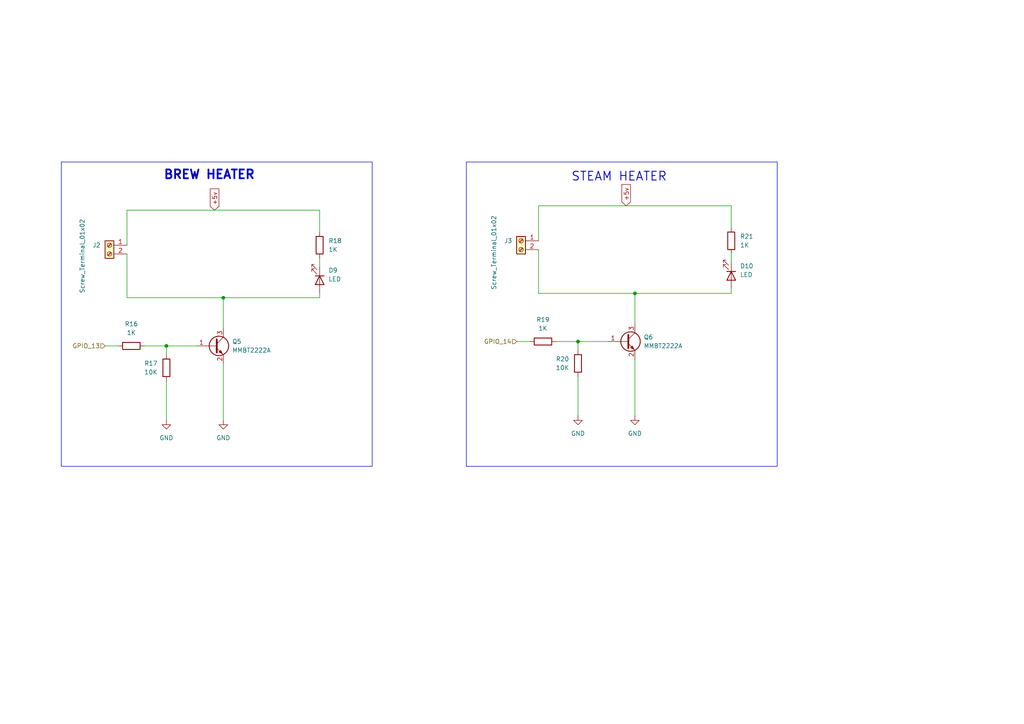
<source format=kicad_sch>
(kicad_sch (version 20250114) (generator "eeschema") (generator_version "9.0")
  (paper "A4")
  (lib_symbols
    (symbol "Connector:Screw_Terminal_01x02" (pin_names (offset 1.016) (hide yes))
      (property "Reference" "J" (at 0 2.54 0))
      (property "Value" "Screw_Terminal_01x02" (at 0 -5.08 0))
      (symbol "Screw_Terminal_01x02_1_1"
        (rectangle (start -1.27 1.27) (end 1.27 -3.81) (stroke (width 0.254)) (fill (type background)))
        (polyline (pts (xy -0.5334 0.3302) (xy 0.3302 -0.508)) (stroke (width 0.1524)))
        (polyline (pts (xy -0.5334 -2.2098) (xy 0.3302 -3.048)) (stroke (width 0.1524)))
        (polyline (pts (xy -0.3556 0.508) (xy 0.508 -0.3302)) (stroke (width 0.1524)))
        (polyline (pts (xy -0.3556 -2.032) (xy 0.508 -2.8702)) (stroke (width 0.1524)))
        (circle (center 0 0) (radius 0.635) (stroke (width 0.1524)))
        (circle (center 0 -2.54) (radius 0.635) (stroke (width 0.1524)))
        (pin passive line (at -5.08 0 0) (length 3.81) (name "Pin_1") (number "1"))
        (pin passive line (at -5.08 -2.54 0) (length 3.81) (name "Pin_2") (number "2"))
      )
    )
    (symbol "Device:LED" (pin_numbers (hide yes)) (pin_names (offset 1.016) (hide yes))
      (property "Reference" "D" (at 0 2.54 0))
      (property "Value" "LED" (at 0 -2.54 0))
      (symbol "LED_0_1"
        (polyline (pts (xy -3.048 -0.762) (xy -4.572 -2.286) (xy -3.81 -2.286) (xy -4.572 -2.286) (xy -4.572 -1.524)))
        (polyline (pts (xy -1.778 -0.762) (xy -3.302 -2.286) (xy -2.54 -2.286) (xy -3.302 -2.286) (xy -3.302 -1.524)))
        (polyline (pts (xy -1.27 0) (xy 1.27 0)))
        (polyline (pts (xy -1.27 -1.27) (xy -1.27 1.27)) (stroke (width 0.254)))
        (polyline (pts (xy 1.27 -1.27) (xy 1.27 1.27) (xy -1.27 0) (xy 1.27 -1.27)) (stroke (width 0.254)))
      )
      (symbol "LED_1_1"
        (pin passive line (at -3.81 0 0) (length 2.54) (name "K") (number "1"))
        (pin passive line (at 3.81 0 180) (length 2.54) (name "A") (number "2"))
      )
    )
    (symbol "Device:R" (pin_numbers (hide yes)) (pin_names (offset 0))
      (property "Reference" "R" (at 2.032 0 90))
      (property "Value" "R" (at 0 0 90))
      (symbol "R_0_1"
        (rectangle (start -1.016 -2.54) (end 1.016 2.54) (stroke (width 0.254)))
      )
      (symbol "R_1_1"
        (pin passive line (at 0 3.81 270) (length 1.27) (name "~") (number "1"))
        (pin passive line (at 0 -3.81 90) (length 1.27) (name "~") (number "2"))
      )
    )
    (symbol "Transistor_BJT:MMBT2222A" (pin_names (offset 0) (hide yes))
      (property "Reference" "Q" (at 5.08 1.905 0))
      (property "Value" "MMBT2222A" (at 5.08 0 0))
      (symbol "MMBT2222A_0_1"
        (polyline (pts (xy -2.54 0) (xy 0.635 0)))
        (polyline (pts (xy 0.635 1.905) (xy 0.635 -1.905)) (stroke (width 0.508)))
        (circle (center 1.27 0) (radius 2.8194) (stroke (width 0.254)))
      )
      (symbol "MMBT2222A_1_1"
        (polyline (pts (xy 0.635 0.635) (xy 2.54 2.54)))
        (polyline (pts (xy 0.635 -0.635) (xy 2.54 -2.54)))
        (polyline (pts (xy 1.27 -1.778) (xy 1.778 -1.27) (xy 2.286 -2.286) (xy 1.27 -1.778)) (fill (type outline)))
        (pin input line (at -5.08 0 0) (length 2.54) (name "B") (number "1"))
        (pin passive line (at 2.54 5.08 270) (length 2.54) (name "C") (number "3"))
        (pin passive line (at 2.54 -5.08 90) (length 2.54) (name "E") (number "2"))
      )
    )
    (symbol "power:GND" (power) (pin_numbers (hide yes)) (pin_names (offset 0) (hide yes))
      (property "Value" "GND" (at 0 -3.81 0))
      (symbol "GND_0_1"
        (polyline (pts (xy 0 0) (xy 0 -1.27) (xy 1.27 -1.27) (xy 0 -2.54) (xy -1.27 -1.27) (xy 0 -1.27)))
      )
      (symbol "GND_1_1"
        (pin power_in line (at 0 0 270) (length 0) (name "~") (number "1"))
      )
    )
  )
  (rectangle (start 17.78 46.99) (end 107.95 135.255))
  (rectangle (start 135.255 46.99) (end 225.425 135.255))
  (text "STEAM HEATER" (at 179.578 51.308 0) (effects (font (size 2.54 2.54) (thickness 0.254) (bold yes))))
  (text "BREW HEATER" (at 60.706 50.8 0) (effects (font (size 2.54 2.54) (thickness 0.508) (bold yes))))
  (junction (at 48.26 100.33))
  (junction (at 64.77 86.36))
  (junction (at 167.64 99.06))
  (junction (at 184.15 85.09))
  (wire (pts (xy 48.26 102.87) (xy 48.26 100.33)))
  (wire (pts (xy 64.77 86.36) (xy 92.71 86.36)))
  (wire (pts (xy 92.71 74.93) (xy 92.71 77.47)))
  (wire (pts (xy 48.26 100.33) (xy 57.15 100.33)))
  (wire (pts (xy 184.15 104.14) (xy 184.15 120.65)))
  (wire (pts (xy 64.77 86.36) (xy 64.77 95.25)))
  (wire (pts (xy 30.48 100.33) (xy 34.29 100.33)))
  (wire (pts (xy 36.83 60.96) (xy 92.71 60.96)))
  (wire (pts (xy 156.21 72.39) (xy 156.21 85.09)))
  (wire (pts (xy 36.83 73.66) (xy 36.83 86.36)))
  (wire (pts (xy 36.83 71.12) (xy 36.83 60.96)))
  (wire (pts (xy 184.15 85.09) (xy 184.15 93.98)))
  (wire (pts (xy 41.91 100.33) (xy 48.26 100.33)))
  (wire (pts (xy 48.26 121.92) (xy 48.26 110.49)))
  (wire (pts (xy 167.64 99.06) (xy 176.53 99.06)))
  (wire (pts (xy 184.15 85.09) (xy 212.09 85.09)))
  (wire (pts (xy 36.83 86.36) (xy 64.77 86.36)))
  (wire (pts (xy 149.86 99.06) (xy 153.67 99.06)))
  (wire (pts (xy 167.64 101.6) (xy 167.64 99.06)))
  (wire (pts (xy 161.29 99.06) (xy 167.64 99.06)))
  (wire (pts (xy 212.09 73.66) (xy 212.09 76.2)))
  (wire (pts (xy 167.64 120.65) (xy 167.64 109.22)))
  (wire (pts (xy 92.71 86.36) (xy 92.71 85.09)))
  (wire (pts (xy 64.77 105.41) (xy 64.77 121.92)))
  (wire (pts (xy 156.21 85.09) (xy 184.15 85.09)))
  (wire (pts (xy 156.21 59.69) (xy 212.09 59.69)))
  (wire (pts (xy 212.09 66.04) (xy 212.09 59.69)))
  (wire (pts (xy 156.21 69.85) (xy 156.21 59.69)))
  (wire (pts (xy 212.09 85.09) (xy 212.09 83.82)))
  (wire (pts (xy 92.71 67.31) (xy 92.71 60.96)))
  (global_label "+5v" (shape input) (at 181.61 59.69 90) (property "Intersheetrefs" "${INTERSHEET_REFS}" (effects (hide yes))))
  (global_label "+5v" (shape input) (at 62.23 60.96 90) (property "Intersheetrefs" "${INTERSHEET_REFS}" (effects (hide yes))))
  (hierarchical_label "GPIO_14" (shape input) (at 149.86 99.06 180))
  (hierarchical_label "GPIO_13" (shape input) (at 30.48 100.33 180))
  (symbol (lib_id "Connector:Screw_Terminal_01x02") (at 151.13 69.85 0) (mirror y) (unit 1)
    (property "Reference" "J3" (at 148.59 69.8499 0) (effects (justify left)))
    (property "Value" "Screw_Terminal_01x02" (at 143.256 84.074 90) (effects (justify left)))
    (property "Footprint" "TerminalBlock_Phoenix:TerminalBlock_Phoenix_MKDS-3-2-5.08_1x02_P5.08mm_Horizontal" (effects (hide yes)))
    (property "Description" "Generic screw terminal, single row, 01x02, script generated (kicad-library-utils/schlib/autogen/connector/)" (effects (hide yes)))
  )
  (symbol (lib_id "Transistor_BJT:MMBT2222A") (at 181.61 99.06 0) (unit 1)
    (property "Reference" "Q6" (at 186.69 97.7899 0) (effects (justify left)))
    (property "Value" "MMBT2222A" (at 186.69 100.3299 0) (effects (justify left)))
    (property "Footprint" "Package_TO_SOT_SMD:SOT-23" (effects (hide yes)))
    (property "Datasheet" "https://assets.nexperia.com/documents/data-sheet/MMBT2222A.pdf" (effects (hide yes)))
    (property "Description" "600mA Ic, 40V Vce, NPN Transistor, SOT-23" (effects (hide yes)))
  )
  (symbol (lib_id "Device:R") (at 38.1 100.33 90) (unit 1)
    (property "Reference" "R16" (at 38.1 93.98 90))
    (property "Value" "1K" (at 38.1 96.52 90))
    (property "Footprint" "Resistor_SMD:R_0805_2012Metric" (effects (hide yes)))
    (property "Description" "Resistor" (effects (hide yes)))
  )
  (symbol (lib_id "Connector:Screw_Terminal_01x02") (at 31.75 71.12 0) (mirror y) (unit 1)
    (property "Reference" "J2" (at 29.21 71.1199 0) (effects (justify left)))
    (property "Value" "Screw_Terminal_01x02" (at 23.876 85.09 90) (effects (justify left)))
    (property "Footprint" "TerminalBlock_Phoenix:TerminalBlock_Phoenix_MKDS-3-2-5.08_1x02_P5.08mm_Horizontal" (effects (hide yes)))
    (property "Description" "Generic screw terminal, single row, 01x02, script generated (kicad-library-utils/schlib/autogen/connector/)" (effects (hide yes)))
  )
  (symbol (lib_id "power:GND") (at 64.77 121.92 0) (unit 1)
    (property "Reference" "#PWR021" (effects (hide yes)))
    (property "Value" "GND" (at 64.77 127 0))
    (property "Description" "Power symbol creates a global label with name \"GND\" , ground" (effects (hide yes)))
  )
  (symbol (lib_id "power:GND") (at 167.64 120.65 0) (unit 1)
    (property "Reference" "#PWR022" (effects (hide yes)))
    (property "Value" "GND" (at 167.64 125.73 0))
    (property "Description" "Power symbol creates a global label with name \"GND\" , ground" (effects (hide yes)))
  )
  (symbol (lib_id "Device:LED") (at 212.09 80.01 270) (unit 1)
    (property "Reference" "D10" (at 214.63 77.1524 90) (effects (justify left)))
    (property "Value" "LED" (at 214.63 79.6924 90) (effects (justify left)))
    (property "Footprint" "LED_SMD:LED_0805_2012Metric" (effects (hide yes)))
    (property "Description" "Light emitting diode" (effects (hide yes)))
    (property "Sim.Pins" "1=K 2=A" (effects (hide yes)))
  )
  (symbol (lib_id "Device:R") (at 167.64 105.41 0) (mirror y) (unit 1)
    (property "Reference" "R20" (at 165.1 104.1399 0) (effects (justify left)))
    (property "Value" "10K" (at 165.1 106.6799 0) (effects (justify left)))
    (property "Footprint" "Resistor_SMD:R_0805_2012Metric" (effects (hide yes)))
    (property "Description" "Resistor" (effects (hide yes)))
  )
  (symbol (lib_id "power:GND") (at 184.15 120.65 0) (unit 1)
    (property "Reference" "#PWR023" (effects (hide yes)))
    (property "Value" "GND" (at 184.15 125.73 0))
    (property "Description" "Power symbol creates a global label with name \"GND\" , ground" (effects (hide yes)))
  )
  (symbol (lib_id "Device:R") (at 48.26 106.68 0) (mirror y) (unit 1)
    (property "Reference" "R17" (at 45.72 105.4099 0) (effects (justify left)))
    (property "Value" "10K" (at 45.72 107.9499 0) (effects (justify left)))
    (property "Footprint" "Resistor_SMD:R_0805_2012Metric" (effects (hide yes)))
    (property "Description" "Resistor" (effects (hide yes)))
  )
  (symbol (lib_id "Transistor_BJT:MMBT2222A") (at 62.23 100.33 0) (unit 1)
    (property "Reference" "Q5" (at 67.31 99.0599 0) (effects (justify left)))
    (property "Value" "MMBT2222A" (at 67.31 101.5999 0) (effects (justify left)))
    (property "Footprint" "Package_TO_SOT_SMD:SOT-23" (effects (hide yes)))
    (property "Datasheet" "https://assets.nexperia.com/documents/data-sheet/MMBT2222A.pdf" (effects (hide yes)))
    (property "Description" "600mA Ic, 40V Vce, NPN Transistor, SOT-23" (effects (hide yes)))
  )
  (symbol (lib_id "Device:R") (at 212.09 69.85 0) (unit 1)
    (property "Reference" "R21" (at 214.63 68.5799 0) (effects (justify left)))
    (property "Value" "1K" (at 214.63 71.1199 0) (effects (justify left)))
    (property "Footprint" "Resistor_SMD:R_0805_2012Metric" (effects (hide yes)))
    (property "Description" "Resistor" (effects (hide yes)))
  )
  (symbol (lib_id "Device:R") (at 157.48 99.06 90) (unit 1)
    (property "Reference" "R19" (at 157.48 92.71 90))
    (property "Value" "1K" (at 157.48 95.25 90))
    (property "Footprint" "Resistor_SMD:R_0805_2012Metric" (effects (hide yes)))
    (property "Description" "Resistor" (effects (hide yes)))
  )
  (symbol (lib_id "power:GND") (at 48.26 121.92 0) (unit 1)
    (property "Reference" "#PWR020" (effects (hide yes)))
    (property "Value" "GND" (at 48.26 127 0))
    (property "Description" "Power symbol creates a global label with name \"GND\" , ground" (effects (hide yes)))
  )
  (symbol (lib_id "Device:R") (at 92.71 71.12 0) (unit 1)
    (property "Reference" "R18" (at 95.25 69.8499 0) (effects (justify left)))
    (property "Value" "1K" (at 95.25 72.3899 0) (effects (justify left)))
    (property "Footprint" "Resistor_SMD:R_0805_2012Metric" (effects (hide yes)))
    (property "Description" "Resistor" (effects (hide yes)))
  )
  (symbol (lib_id "Device:LED") (at 92.71 81.28 270) (unit 1)
    (property "Reference" "D9" (at 95.25 78.4224 90) (effects (justify left)))
    (property "Value" "LED" (at 95.25 80.9624 90) (effects (justify left)))
    (property "Footprint" "LED_SMD:LED_0805_2012Metric" (effects (hide yes)))
    (property "Description" "Light emitting diode" (effects (hide yes)))
    (property "Sim.Pins" "1=K 2=A" (effects (hide yes)))
  )
)
</source>
